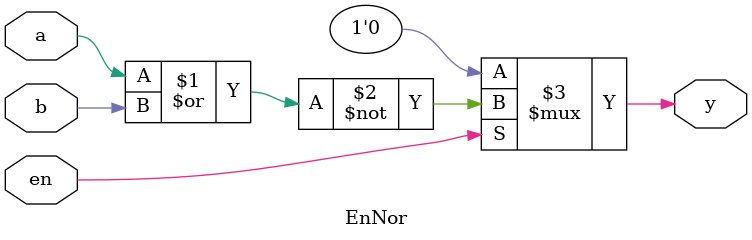
<source format=sv>
module EnNor(input en, a, b, output y);
    assign y = en ? ~(a | b) : 1'b0; // 使能控制
endmodule
</source>
